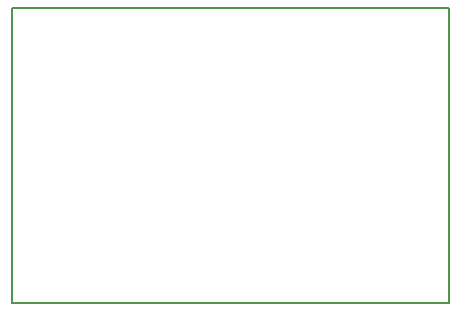
<source format=gbr>
%TF.GenerationSoftware,KiCad,Pcbnew,(6.0.8)*%
%TF.CreationDate,2022-11-29T14:55:50+01:00*%
%TF.ProjectId,l_g_d,6c5f675f-642e-46b6-9963-61645f706362,rev?*%
%TF.SameCoordinates,Original*%
%TF.FileFunction,Profile,NP*%
%FSLAX46Y46*%
G04 Gerber Fmt 4.6, Leading zero omitted, Abs format (unit mm)*
G04 Created by KiCad (PCBNEW (6.0.8)) date 2022-11-29 14:55:50*
%MOMM*%
%LPD*%
G01*
G04 APERTURE LIST*
%TA.AperFunction,Profile*%
%ADD10C,0.200000*%
%TD*%
G04 APERTURE END LIST*
D10*
X151000000Y-58000000D02*
X188000000Y-58000000D01*
X188000000Y-58000000D02*
X188000000Y-83000000D01*
X188000000Y-83000000D02*
X151000000Y-83000000D01*
X151000000Y-83000000D02*
X151000000Y-58000000D01*
M02*

</source>
